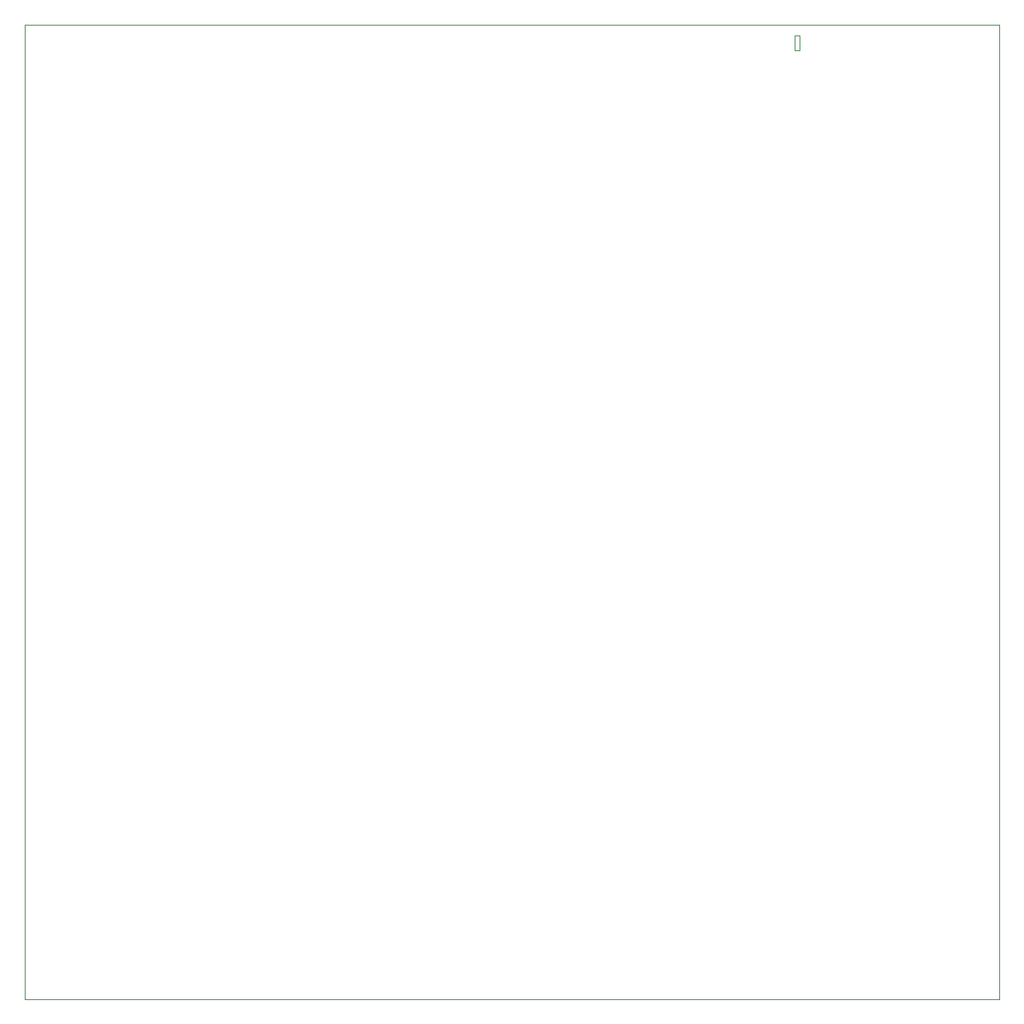
<source format=gbr>
%TF.GenerationSoftware,KiCad,Pcbnew,9.0.3*%
%TF.CreationDate,2025-09-07T22:44:02+09:00*%
%TF.ProjectId,VFD__,56464442-082e-46b6-9963-61645f706362,rev?*%
%TF.SameCoordinates,Original*%
%TF.FileFunction,Profile,NP*%
%FSLAX46Y46*%
G04 Gerber Fmt 4.6, Leading zero omitted, Abs format (unit mm)*
G04 Created by KiCad (PCBNEW 9.0.3) date 2025-09-07 22:44:02*
%MOMM*%
%LPD*%
G01*
G04 APERTURE LIST*
%TA.AperFunction,Profile*%
%ADD10C,0.050000*%
%TD*%
%TA.AperFunction,Profile*%
%ADD11C,0.100000*%
%TD*%
G04 APERTURE END LIST*
D10*
X95500000Y-27600000D02*
X195500000Y-27600000D01*
X195500000Y-127600000D01*
X95500000Y-127600000D01*
X95500000Y-27600000D01*
%TO.C,U4*%
D11*
X175019023Y-28681918D02*
X174519023Y-28681918D01*
X174519023Y-30181918D01*
X175019023Y-30181918D01*
X175019023Y-28681918D01*
%TD*%
M02*

</source>
